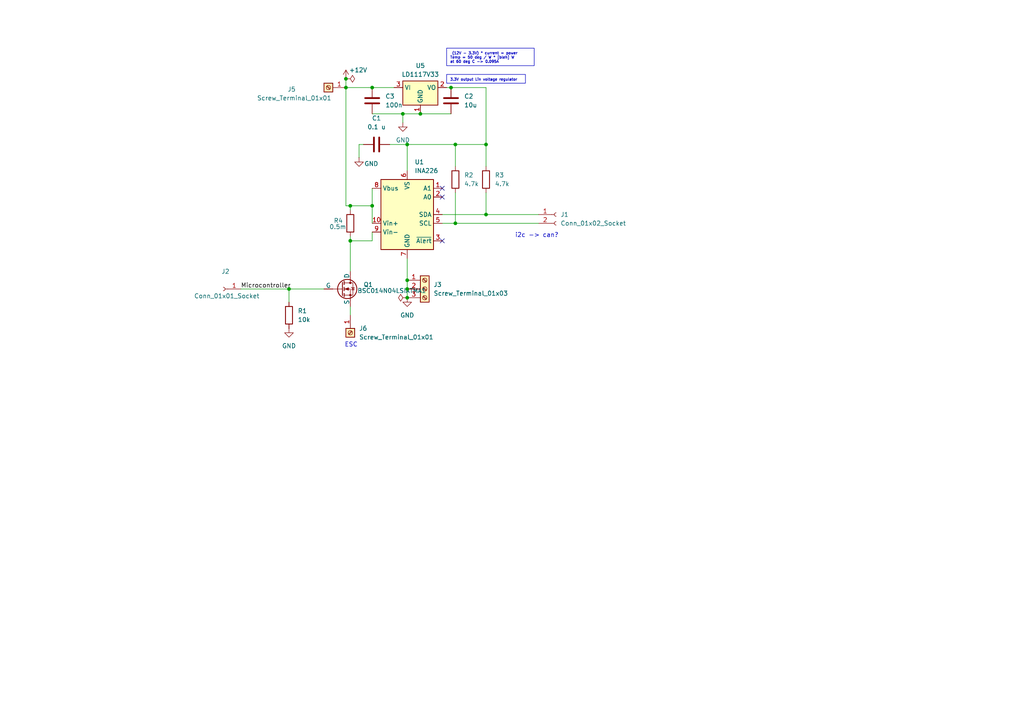
<source format=kicad_sch>
(kicad_sch
	(version 20250114)
	(generator "eeschema")
	(generator_version "9.0")
	(uuid "061be7ca-fd38-43b0-ac66-361ea2d49cb0")
	(paper "A4")
	(lib_symbols
		(symbol "Connector:Conn_01x01_Socket"
			(pin_names
				(offset 1.016)
				(hide yes)
			)
			(exclude_from_sim no)
			(in_bom yes)
			(on_board yes)
			(property "Reference" "J"
				(at 0 2.54 0)
				(effects
					(font
						(size 1.27 1.27)
					)
				)
			)
			(property "Value" "Conn_01x01_Socket"
				(at 0 -2.54 0)
				(effects
					(font
						(size 1.27 1.27)
					)
				)
			)
			(property "Footprint" ""
				(at 0 0 0)
				(effects
					(font
						(size 1.27 1.27)
					)
					(hide yes)
				)
			)
			(property "Datasheet" "~"
				(at 0 0 0)
				(effects
					(font
						(size 1.27 1.27)
					)
					(hide yes)
				)
			)
			(property "Description" "Generic connector, single row, 01x01, script generated"
				(at 0 0 0)
				(effects
					(font
						(size 1.27 1.27)
					)
					(hide yes)
				)
			)
			(property "ki_locked" ""
				(at 0 0 0)
				(effects
					(font
						(size 1.27 1.27)
					)
				)
			)
			(property "ki_keywords" "connector"
				(at 0 0 0)
				(effects
					(font
						(size 1.27 1.27)
					)
					(hide yes)
				)
			)
			(property "ki_fp_filters" "Connector*:*_1x??_*"
				(at 0 0 0)
				(effects
					(font
						(size 1.27 1.27)
					)
					(hide yes)
				)
			)
			(symbol "Conn_01x01_Socket_1_1"
				(polyline
					(pts
						(xy -1.27 0) (xy -0.508 0)
					)
					(stroke
						(width 0.1524)
						(type default)
					)
					(fill
						(type none)
					)
				)
				(arc
					(start 0 -0.508)
					(mid -0.5058 0)
					(end 0 0.508)
					(stroke
						(width 0.1524)
						(type default)
					)
					(fill
						(type none)
					)
				)
				(pin passive line
					(at -5.08 0 0)
					(length 3.81)
					(name "Pin_1"
						(effects
							(font
								(size 1.27 1.27)
							)
						)
					)
					(number "1"
						(effects
							(font
								(size 1.27 1.27)
							)
						)
					)
				)
			)
			(embedded_fonts no)
		)
		(symbol "Connector:Conn_01x02_Socket"
			(pin_names
				(offset 1.016)
				(hide yes)
			)
			(exclude_from_sim no)
			(in_bom yes)
			(on_board yes)
			(property "Reference" "J"
				(at 0 2.54 0)
				(effects
					(font
						(size 1.27 1.27)
					)
				)
			)
			(property "Value" "Conn_01x02_Socket"
				(at 0 -5.08 0)
				(effects
					(font
						(size 1.27 1.27)
					)
				)
			)
			(property "Footprint" ""
				(at 0 0 0)
				(effects
					(font
						(size 1.27 1.27)
					)
					(hide yes)
				)
			)
			(property "Datasheet" "~"
				(at 0 0 0)
				(effects
					(font
						(size 1.27 1.27)
					)
					(hide yes)
				)
			)
			(property "Description" "Generic connector, single row, 01x02, script generated"
				(at 0 0 0)
				(effects
					(font
						(size 1.27 1.27)
					)
					(hide yes)
				)
			)
			(property "ki_locked" ""
				(at 0 0 0)
				(effects
					(font
						(size 1.27 1.27)
					)
				)
			)
			(property "ki_keywords" "connector"
				(at 0 0 0)
				(effects
					(font
						(size 1.27 1.27)
					)
					(hide yes)
				)
			)
			(property "ki_fp_filters" "Connector*:*_1x??_*"
				(at 0 0 0)
				(effects
					(font
						(size 1.27 1.27)
					)
					(hide yes)
				)
			)
			(symbol "Conn_01x02_Socket_1_1"
				(polyline
					(pts
						(xy -1.27 0) (xy -0.508 0)
					)
					(stroke
						(width 0.1524)
						(type default)
					)
					(fill
						(type none)
					)
				)
				(polyline
					(pts
						(xy -1.27 -2.54) (xy -0.508 -2.54)
					)
					(stroke
						(width 0.1524)
						(type default)
					)
					(fill
						(type none)
					)
				)
				(arc
					(start 0 -0.508)
					(mid -0.5058 0)
					(end 0 0.508)
					(stroke
						(width 0.1524)
						(type default)
					)
					(fill
						(type none)
					)
				)
				(arc
					(start 0 -3.048)
					(mid -0.5058 -2.54)
					(end 0 -2.032)
					(stroke
						(width 0.1524)
						(type default)
					)
					(fill
						(type none)
					)
				)
				(pin passive line
					(at -5.08 0 0)
					(length 3.81)
					(name "Pin_1"
						(effects
							(font
								(size 1.27 1.27)
							)
						)
					)
					(number "1"
						(effects
							(font
								(size 1.27 1.27)
							)
						)
					)
				)
				(pin passive line
					(at -5.08 -2.54 0)
					(length 3.81)
					(name "Pin_2"
						(effects
							(font
								(size 1.27 1.27)
							)
						)
					)
					(number "2"
						(effects
							(font
								(size 1.27 1.27)
							)
						)
					)
				)
			)
			(embedded_fonts no)
		)
		(symbol "Connector:Screw_Terminal_01x01"
			(pin_names
				(offset 1.016)
				(hide yes)
			)
			(exclude_from_sim no)
			(in_bom yes)
			(on_board yes)
			(property "Reference" "J"
				(at 0 2.54 0)
				(effects
					(font
						(size 1.27 1.27)
					)
				)
			)
			(property "Value" "Screw_Terminal_01x01"
				(at 0 -2.54 0)
				(effects
					(font
						(size 1.27 1.27)
					)
				)
			)
			(property "Footprint" ""
				(at 0 0 0)
				(effects
					(font
						(size 1.27 1.27)
					)
					(hide yes)
				)
			)
			(property "Datasheet" "~"
				(at 0 0 0)
				(effects
					(font
						(size 1.27 1.27)
					)
					(hide yes)
				)
			)
			(property "Description" "Generic screw terminal, single row, 01x01, script generated (kicad-library-utils/schlib/autogen/connector/)"
				(at 0 0 0)
				(effects
					(font
						(size 1.27 1.27)
					)
					(hide yes)
				)
			)
			(property "ki_keywords" "screw terminal"
				(at 0 0 0)
				(effects
					(font
						(size 1.27 1.27)
					)
					(hide yes)
				)
			)
			(property "ki_fp_filters" "TerminalBlock*:*"
				(at 0 0 0)
				(effects
					(font
						(size 1.27 1.27)
					)
					(hide yes)
				)
			)
			(symbol "Screw_Terminal_01x01_1_1"
				(rectangle
					(start -1.27 1.27)
					(end 1.27 -1.27)
					(stroke
						(width 0.254)
						(type default)
					)
					(fill
						(type background)
					)
				)
				(polyline
					(pts
						(xy -0.5334 0.3302) (xy 0.3302 -0.508)
					)
					(stroke
						(width 0.1524)
						(type default)
					)
					(fill
						(type none)
					)
				)
				(polyline
					(pts
						(xy -0.3556 0.508) (xy 0.508 -0.3302)
					)
					(stroke
						(width 0.1524)
						(type default)
					)
					(fill
						(type none)
					)
				)
				(circle
					(center 0 0)
					(radius 0.635)
					(stroke
						(width 0.1524)
						(type default)
					)
					(fill
						(type none)
					)
				)
				(pin passive line
					(at -5.08 0 0)
					(length 3.81)
					(name "Pin_1"
						(effects
							(font
								(size 1.27 1.27)
							)
						)
					)
					(number "1"
						(effects
							(font
								(size 1.27 1.27)
							)
						)
					)
				)
			)
			(embedded_fonts no)
		)
		(symbol "Connector:Screw_Terminal_01x03"
			(pin_names
				(offset 1.016)
				(hide yes)
			)
			(exclude_from_sim no)
			(in_bom yes)
			(on_board yes)
			(property "Reference" "J"
				(at 0 5.08 0)
				(effects
					(font
						(size 1.27 1.27)
					)
				)
			)
			(property "Value" "Screw_Terminal_01x03"
				(at 0 -5.08 0)
				(effects
					(font
						(size 1.27 1.27)
					)
				)
			)
			(property "Footprint" ""
				(at 0 0 0)
				(effects
					(font
						(size 1.27 1.27)
					)
					(hide yes)
				)
			)
			(property "Datasheet" "~"
				(at 0 0 0)
				(effects
					(font
						(size 1.27 1.27)
					)
					(hide yes)
				)
			)
			(property "Description" "Generic screw terminal, single row, 01x03, script generated (kicad-library-utils/schlib/autogen/connector/)"
				(at 0 0 0)
				(effects
					(font
						(size 1.27 1.27)
					)
					(hide yes)
				)
			)
			(property "ki_keywords" "screw terminal"
				(at 0 0 0)
				(effects
					(font
						(size 1.27 1.27)
					)
					(hide yes)
				)
			)
			(property "ki_fp_filters" "TerminalBlock*:*"
				(at 0 0 0)
				(effects
					(font
						(size 1.27 1.27)
					)
					(hide yes)
				)
			)
			(symbol "Screw_Terminal_01x03_1_1"
				(rectangle
					(start -1.27 3.81)
					(end 1.27 -3.81)
					(stroke
						(width 0.254)
						(type default)
					)
					(fill
						(type background)
					)
				)
				(polyline
					(pts
						(xy -0.5334 2.8702) (xy 0.3302 2.032)
					)
					(stroke
						(width 0.1524)
						(type default)
					)
					(fill
						(type none)
					)
				)
				(polyline
					(pts
						(xy -0.5334 0.3302) (xy 0.3302 -0.508)
					)
					(stroke
						(width 0.1524)
						(type default)
					)
					(fill
						(type none)
					)
				)
				(polyline
					(pts
						(xy -0.5334 -2.2098) (xy 0.3302 -3.048)
					)
					(stroke
						(width 0.1524)
						(type default)
					)
					(fill
						(type none)
					)
				)
				(polyline
					(pts
						(xy -0.3556 3.048) (xy 0.508 2.2098)
					)
					(stroke
						(width 0.1524)
						(type default)
					)
					(fill
						(type none)
					)
				)
				(polyline
					(pts
						(xy -0.3556 0.508) (xy 0.508 -0.3302)
					)
					(stroke
						(width 0.1524)
						(type default)
					)
					(fill
						(type none)
					)
				)
				(polyline
					(pts
						(xy -0.3556 -2.032) (xy 0.508 -2.8702)
					)
					(stroke
						(width 0.1524)
						(type default)
					)
					(fill
						(type none)
					)
				)
				(circle
					(center 0 2.54)
					(radius 0.635)
					(stroke
						(width 0.1524)
						(type default)
					)
					(fill
						(type none)
					)
				)
				(circle
					(center 0 0)
					(radius 0.635)
					(stroke
						(width 0.1524)
						(type default)
					)
					(fill
						(type none)
					)
				)
				(circle
					(center 0 -2.54)
					(radius 0.635)
					(stroke
						(width 0.1524)
						(type default)
					)
					(fill
						(type none)
					)
				)
				(pin passive line
					(at -5.08 2.54 0)
					(length 3.81)
					(name "Pin_1"
						(effects
							(font
								(size 1.27 1.27)
							)
						)
					)
					(number "1"
						(effects
							(font
								(size 1.27 1.27)
							)
						)
					)
				)
				(pin passive line
					(at -5.08 0 0)
					(length 3.81)
					(name "Pin_2"
						(effects
							(font
								(size 1.27 1.27)
							)
						)
					)
					(number "2"
						(effects
							(font
								(size 1.27 1.27)
							)
						)
					)
				)
				(pin passive line
					(at -5.08 -2.54 0)
					(length 3.81)
					(name "Pin_3"
						(effects
							(font
								(size 1.27 1.27)
							)
						)
					)
					(number "3"
						(effects
							(font
								(size 1.27 1.27)
							)
						)
					)
				)
			)
			(embedded_fonts no)
		)
		(symbol "Device:C"
			(pin_numbers
				(hide yes)
			)
			(pin_names
				(offset 0.254)
			)
			(exclude_from_sim no)
			(in_bom yes)
			(on_board yes)
			(property "Reference" "C"
				(at 0.635 2.54 0)
				(effects
					(font
						(size 1.27 1.27)
					)
					(justify left)
				)
			)
			(property "Value" "C"
				(at 0.635 -2.54 0)
				(effects
					(font
						(size 1.27 1.27)
					)
					(justify left)
				)
			)
			(property "Footprint" ""
				(at 0.9652 -3.81 0)
				(effects
					(font
						(size 1.27 1.27)
					)
					(hide yes)
				)
			)
			(property "Datasheet" "~"
				(at 0 0 0)
				(effects
					(font
						(size 1.27 1.27)
					)
					(hide yes)
				)
			)
			(property "Description" "Unpolarized capacitor"
				(at 0 0 0)
				(effects
					(font
						(size 1.27 1.27)
					)
					(hide yes)
				)
			)
			(property "ki_keywords" "cap capacitor"
				(at 0 0 0)
				(effects
					(font
						(size 1.27 1.27)
					)
					(hide yes)
				)
			)
			(property "ki_fp_filters" "C_*"
				(at 0 0 0)
				(effects
					(font
						(size 1.27 1.27)
					)
					(hide yes)
				)
			)
			(symbol "C_0_1"
				(polyline
					(pts
						(xy -2.032 0.762) (xy 2.032 0.762)
					)
					(stroke
						(width 0.508)
						(type default)
					)
					(fill
						(type none)
					)
				)
				(polyline
					(pts
						(xy -2.032 -0.762) (xy 2.032 -0.762)
					)
					(stroke
						(width 0.508)
						(type default)
					)
					(fill
						(type none)
					)
				)
			)
			(symbol "C_1_1"
				(pin passive line
					(at 0 3.81 270)
					(length 2.794)
					(name "~"
						(effects
							(font
								(size 1.27 1.27)
							)
						)
					)
					(number "1"
						(effects
							(font
								(size 1.27 1.27)
							)
						)
					)
				)
				(pin passive line
					(at 0 -3.81 90)
					(length 2.794)
					(name "~"
						(effects
							(font
								(size 1.27 1.27)
							)
						)
					)
					(number "2"
						(effects
							(font
								(size 1.27 1.27)
							)
						)
					)
				)
			)
			(embedded_fonts no)
		)
		(symbol "Device:R"
			(pin_numbers
				(hide yes)
			)
			(pin_names
				(offset 0)
			)
			(exclude_from_sim no)
			(in_bom yes)
			(on_board yes)
			(property "Reference" "R"
				(at 2.032 0 90)
				(effects
					(font
						(size 1.27 1.27)
					)
				)
			)
			(property "Value" "R"
				(at 0 0 90)
				(effects
					(font
						(size 1.27 1.27)
					)
				)
			)
			(property "Footprint" ""
				(at -1.778 0 90)
				(effects
					(font
						(size 1.27 1.27)
					)
					(hide yes)
				)
			)
			(property "Datasheet" "~"
				(at 0 0 0)
				(effects
					(font
						(size 1.27 1.27)
					)
					(hide yes)
				)
			)
			(property "Description" "Resistor"
				(at 0 0 0)
				(effects
					(font
						(size 1.27 1.27)
					)
					(hide yes)
				)
			)
			(property "ki_keywords" "R res resistor"
				(at 0 0 0)
				(effects
					(font
						(size 1.27 1.27)
					)
					(hide yes)
				)
			)
			(property "ki_fp_filters" "R_*"
				(at 0 0 0)
				(effects
					(font
						(size 1.27 1.27)
					)
					(hide yes)
				)
			)
			(symbol "R_0_1"
				(rectangle
					(start -1.016 -2.54)
					(end 1.016 2.54)
					(stroke
						(width 0.254)
						(type default)
					)
					(fill
						(type none)
					)
				)
			)
			(symbol "R_1_1"
				(pin passive line
					(at 0 3.81 270)
					(length 1.27)
					(name "~"
						(effects
							(font
								(size 1.27 1.27)
							)
						)
					)
					(number "1"
						(effects
							(font
								(size 1.27 1.27)
							)
						)
					)
				)
				(pin passive line
					(at 0 -3.81 90)
					(length 1.27)
					(name "~"
						(effects
							(font
								(size 1.27 1.27)
							)
						)
					)
					(number "2"
						(effects
							(font
								(size 1.27 1.27)
							)
						)
					)
				)
			)
			(embedded_fonts no)
		)
		(symbol "Regulator_Linear:LD1117V33"
			(exclude_from_sim no)
			(in_bom yes)
			(on_board yes)
			(property "Reference" "U"
				(at -3.81 3.175 0)
				(effects
					(font
						(size 1.27 1.27)
					)
				)
			)
			(property "Value" "LD1117V33"
				(at 0 3.175 0)
				(effects
					(font
						(size 1.27 1.27)
					)
					(justify left)
				)
			)
			(property "Footprint" "Package_TO_SOT_THT:TO-220-3_Vertical"
				(at 0 5.08 0)
				(effects
					(font
						(size 1.27 1.27)
					)
					(hide yes)
				)
			)
			(property "Datasheet" "https://www.st.com/resource/en/datasheet/ld1117.pdf"
				(at 2.54 -6.35 0)
				(effects
					(font
						(size 1.27 1.27)
					)
					(hide yes)
				)
			)
			(property "Description" "800 mA Fixed Low Drop Positive Voltage Regulator (ldo). Max input 15V. Fixed Output 3.3V. TO-220-3"
				(at 0 0 0)
				(effects
					(font
						(size 1.27 1.27)
					)
					(hide yes)
				)
			)
			(property "ki_keywords" "low-dropout-regulator ldo"
				(at 0 0 0)
				(effects
					(font
						(size 1.27 1.27)
					)
					(hide yes)
				)
			)
			(property "ki_fp_filters" "*TO?220*"
				(at 0 0 0)
				(effects
					(font
						(size 1.27 1.27)
					)
					(hide yes)
				)
			)
			(symbol "LD1117V33_0_1"
				(rectangle
					(start -5.08 -5.08)
					(end 5.08 1.905)
					(stroke
						(width 0.254)
						(type default)
					)
					(fill
						(type background)
					)
				)
			)
			(symbol "LD1117V33_1_1"
				(pin power_in line
					(at -7.62 0 0)
					(length 2.54)
					(name "VI"
						(effects
							(font
								(size 1.27 1.27)
							)
						)
					)
					(number "3"
						(effects
							(font
								(size 1.27 1.27)
							)
						)
					)
				)
				(pin power_in line
					(at 0 -7.62 90)
					(length 2.54)
					(name "GND"
						(effects
							(font
								(size 1.27 1.27)
							)
						)
					)
					(number "1"
						(effects
							(font
								(size 1.27 1.27)
							)
						)
					)
				)
				(pin power_out line
					(at 7.62 0 180)
					(length 2.54)
					(name "VO"
						(effects
							(font
								(size 1.27 1.27)
							)
						)
					)
					(number "2"
						(effects
							(font
								(size 1.27 1.27)
							)
						)
					)
				)
			)
			(embedded_fonts no)
		)
		(symbol "Sensor_Energy:INA226"
			(exclude_from_sim no)
			(in_bom yes)
			(on_board yes)
			(property "Reference" "U"
				(at -6.35 11.43 0)
				(effects
					(font
						(size 1.27 1.27)
					)
				)
			)
			(property "Value" "INA226"
				(at 3.81 11.43 0)
				(effects
					(font
						(size 1.27 1.27)
					)
				)
			)
			(property "Footprint" "Package_SO:VSSOP-10_3x3mm_P0.5mm"
				(at 20.32 -11.43 0)
				(effects
					(font
						(size 1.27 1.27)
					)
					(hide yes)
				)
			)
			(property "Datasheet" "http://www.ti.com/lit/ds/symlink/ina226.pdf"
				(at 8.89 -2.54 0)
				(effects
					(font
						(size 1.27 1.27)
					)
					(hide yes)
				)
			)
			(property "Description" "High-Side or Low-Side Measurement, Bi-Directional Current and Power Monitor (0-36V) with I2C Compatible Interface, VSSOP-10"
				(at 0 0 0)
				(effects
					(font
						(size 1.27 1.27)
					)
					(hide yes)
				)
			)
			(property "ki_keywords" "ADC I2C 16-Bit Oversampling Current Shunt"
				(at 0 0 0)
				(effects
					(font
						(size 1.27 1.27)
					)
					(hide yes)
				)
			)
			(property "ki_fp_filters" "VSSOP*3x3mm*P0.5mm*"
				(at 0 0 0)
				(effects
					(font
						(size 1.27 1.27)
					)
					(hide yes)
				)
			)
			(symbol "INA226_0_1"
				(rectangle
					(start 7.62 10.16)
					(end -7.62 -10.16)
					(stroke
						(width 0.254)
						(type default)
					)
					(fill
						(type background)
					)
				)
			)
			(symbol "INA226_1_1"
				(pin input line
					(at -10.16 7.62 0)
					(length 2.54)
					(name "Vbus"
						(effects
							(font
								(size 1.27 1.27)
							)
						)
					)
					(number "8"
						(effects
							(font
								(size 1.27 1.27)
							)
						)
					)
				)
				(pin input line
					(at -10.16 -2.54 0)
					(length 2.54)
					(name "Vin+"
						(effects
							(font
								(size 1.27 1.27)
							)
						)
					)
					(number "10"
						(effects
							(font
								(size 1.27 1.27)
							)
						)
					)
				)
				(pin input line
					(at -10.16 -5.08 0)
					(length 2.54)
					(name "Vin-"
						(effects
							(font
								(size 1.27 1.27)
							)
						)
					)
					(number "9"
						(effects
							(font
								(size 1.27 1.27)
							)
						)
					)
				)
				(pin power_in line
					(at 0 12.7 270)
					(length 2.54)
					(name "VS"
						(effects
							(font
								(size 1.27 1.27)
							)
						)
					)
					(number "6"
						(effects
							(font
								(size 1.27 1.27)
							)
						)
					)
				)
				(pin power_in line
					(at 0 -12.7 90)
					(length 2.54)
					(name "GND"
						(effects
							(font
								(size 1.27 1.27)
							)
						)
					)
					(number "7"
						(effects
							(font
								(size 1.27 1.27)
							)
						)
					)
				)
				(pin input line
					(at 10.16 7.62 180)
					(length 2.54)
					(name "A1"
						(effects
							(font
								(size 1.27 1.27)
							)
						)
					)
					(number "1"
						(effects
							(font
								(size 1.27 1.27)
							)
						)
					)
				)
				(pin input line
					(at 10.16 5.08 180)
					(length 2.54)
					(name "A0"
						(effects
							(font
								(size 1.27 1.27)
							)
						)
					)
					(number "2"
						(effects
							(font
								(size 1.27 1.27)
							)
						)
					)
				)
				(pin bidirectional line
					(at 10.16 0 180)
					(length 2.54)
					(name "SDA"
						(effects
							(font
								(size 1.27 1.27)
							)
						)
					)
					(number "4"
						(effects
							(font
								(size 1.27 1.27)
							)
						)
					)
				)
				(pin input line
					(at 10.16 -2.54 180)
					(length 2.54)
					(name "SCL"
						(effects
							(font
								(size 1.27 1.27)
							)
						)
					)
					(number "5"
						(effects
							(font
								(size 1.27 1.27)
							)
						)
					)
				)
				(pin open_collector line
					(at 10.16 -7.62 180)
					(length 2.54)
					(name "~{Alert}"
						(effects
							(font
								(size 1.27 1.27)
							)
						)
					)
					(number "3"
						(effects
							(font
								(size 1.27 1.27)
							)
						)
					)
				)
			)
			(embedded_fonts no)
		)
		(symbol "Simulation_SPICE:NMOS"
			(pin_numbers
				(hide yes)
			)
			(pin_names
				(offset 0)
			)
			(exclude_from_sim no)
			(in_bom yes)
			(on_board yes)
			(property "Reference" "Q"
				(at 5.08 1.27 0)
				(effects
					(font
						(size 1.27 1.27)
					)
					(justify left)
				)
			)
			(property "Value" "NMOS"
				(at 5.08 -1.27 0)
				(effects
					(font
						(size 1.27 1.27)
					)
					(justify left)
				)
			)
			(property "Footprint" ""
				(at 5.08 2.54 0)
				(effects
					(font
						(size 1.27 1.27)
					)
					(hide yes)
				)
			)
			(property "Datasheet" "https://ngspice.sourceforge.io/docs/ngspice-html-manual/manual.xhtml#cha_MOSFETs"
				(at 0 -12.7 0)
				(effects
					(font
						(size 1.27 1.27)
					)
					(hide yes)
				)
			)
			(property "Description" "N-MOSFET transistor, drain/source/gate"
				(at 0 0 0)
				(effects
					(font
						(size 1.27 1.27)
					)
					(hide yes)
				)
			)
			(property "Sim.Device" "NMOS"
				(at 0 -17.145 0)
				(effects
					(font
						(size 1.27 1.27)
					)
					(hide yes)
				)
			)
			(property "Sim.Type" "VDMOS"
				(at 0 -19.05 0)
				(effects
					(font
						(size 1.27 1.27)
					)
					(hide yes)
				)
			)
			(property "Sim.Pins" "1=D 2=G 3=S"
				(at 0 -15.24 0)
				(effects
					(font
						(size 1.27 1.27)
					)
					(hide yes)
				)
			)
			(property "ki_keywords" "transistor NMOS N-MOS N-MOSFET simulation"
				(at 0 0 0)
				(effects
					(font
						(size 1.27 1.27)
					)
					(hide yes)
				)
			)
			(symbol "NMOS_0_1"
				(polyline
					(pts
						(xy 0.254 1.905) (xy 0.254 -1.905)
					)
					(stroke
						(width 0.254)
						(type default)
					)
					(fill
						(type none)
					)
				)
				(polyline
					(pts
						(xy 0.254 0) (xy -2.54 0)
					)
					(stroke
						(width 0)
						(type default)
					)
					(fill
						(type none)
					)
				)
				(polyline
					(pts
						(xy 0.762 2.286) (xy 0.762 1.27)
					)
					(stroke
						(width 0.254)
						(type default)
					)
					(fill
						(type none)
					)
				)
				(polyline
					(pts
						(xy 0.762 0.508) (xy 0.762 -0.508)
					)
					(stroke
						(width 0.254)
						(type default)
					)
					(fill
						(type none)
					)
				)
				(polyline
					(pts
						(xy 0.762 -1.27) (xy 0.762 -2.286)
					)
					(stroke
						(width 0.254)
						(type default)
					)
					(fill
						(type none)
					)
				)
				(polyline
					(pts
						(xy 0.762 -1.778) (xy 3.302 -1.778) (xy 3.302 1.778) (xy 0.762 1.778)
					)
					(stroke
						(width 0)
						(type default)
					)
					(fill
						(type none)
					)
				)
				(polyline
					(pts
						(xy 1.016 0) (xy 2.032 0.381) (xy 2.032 -0.381) (xy 1.016 0)
					)
					(stroke
						(width 0)
						(type default)
					)
					(fill
						(type outline)
					)
				)
				(circle
					(center 1.651 0)
					(radius 2.794)
					(stroke
						(width 0.254)
						(type default)
					)
					(fill
						(type none)
					)
				)
				(polyline
					(pts
						(xy 2.54 2.54) (xy 2.54 1.778)
					)
					(stroke
						(width 0)
						(type default)
					)
					(fill
						(type none)
					)
				)
				(circle
					(center 2.54 1.778)
					(radius 0.254)
					(stroke
						(width 0)
						(type default)
					)
					(fill
						(type outline)
					)
				)
				(circle
					(center 2.54 -1.778)
					(radius 0.254)
					(stroke
						(width 0)
						(type default)
					)
					(fill
						(type outline)
					)
				)
				(polyline
					(pts
						(xy 2.54 -2.54) (xy 2.54 0) (xy 0.762 0)
					)
					(stroke
						(width 0)
						(type default)
					)
					(fill
						(type none)
					)
				)
				(polyline
					(pts
						(xy 2.794 0.508) (xy 2.921 0.381) (xy 3.683 0.381) (xy 3.81 0.254)
					)
					(stroke
						(width 0)
						(type default)
					)
					(fill
						(type none)
					)
				)
				(polyline
					(pts
						(xy 3.302 0.381) (xy 2.921 -0.254) (xy 3.683 -0.254) (xy 3.302 0.381)
					)
					(stroke
						(width 0)
						(type default)
					)
					(fill
						(type none)
					)
				)
			)
			(symbol "NMOS_1_1"
				(pin input line
					(at -5.08 0 0)
					(length 2.54)
					(name "G"
						(effects
							(font
								(size 1.27 1.27)
							)
						)
					)
					(number "2"
						(effects
							(font
								(size 1.27 1.27)
							)
						)
					)
				)
				(pin passive line
					(at 2.54 5.08 270)
					(length 2.54)
					(name "D"
						(effects
							(font
								(size 1.27 1.27)
							)
						)
					)
					(number "1"
						(effects
							(font
								(size 1.27 1.27)
							)
						)
					)
				)
				(pin passive line
					(at 2.54 -5.08 90)
					(length 2.54)
					(name "S"
						(effects
							(font
								(size 1.27 1.27)
							)
						)
					)
					(number "3"
						(effects
							(font
								(size 1.27 1.27)
							)
						)
					)
				)
			)
			(embedded_fonts no)
		)
		(symbol "power:+12V"
			(power)
			(pin_numbers
				(hide yes)
			)
			(pin_names
				(offset 0)
				(hide yes)
			)
			(exclude_from_sim no)
			(in_bom yes)
			(on_board yes)
			(property "Reference" "#PWR"
				(at 0 -3.81 0)
				(effects
					(font
						(size 1.27 1.27)
					)
					(hide yes)
				)
			)
			(property "Value" "+12V"
				(at 0 3.556 0)
				(effects
					(font
						(size 1.27 1.27)
					)
				)
			)
			(property "Footprint" ""
				(at 0 0 0)
				(effects
					(font
						(size 1.27 1.27)
					)
					(hide yes)
				)
			)
			(property "Datasheet" ""
				(at 0 0 0)
				(effects
					(font
						(size 1.27 1.27)
					)
					(hide yes)
				)
			)
			(property "Description" "Power symbol creates a global label with name \"+12V\""
				(at 0 0 0)
				(effects
					(font
						(size 1.27 1.27)
					)
					(hide yes)
				)
			)
			(property "ki_keywords" "global power"
				(at 0 0 0)
				(effects
					(font
						(size 1.27 1.27)
					)
					(hide yes)
				)
			)
			(symbol "+12V_0_1"
				(polyline
					(pts
						(xy -0.762 1.27) (xy 0 2.54)
					)
					(stroke
						(width 0)
						(type default)
					)
					(fill
						(type none)
					)
				)
				(polyline
					(pts
						(xy 0 2.54) (xy 0.762 1.27)
					)
					(stroke
						(width 0)
						(type default)
					)
					(fill
						(type none)
					)
				)
				(polyline
					(pts
						(xy 0 0) (xy 0 2.54)
					)
					(stroke
						(width 0)
						(type default)
					)
					(fill
						(type none)
					)
				)
			)
			(symbol "+12V_1_1"
				(pin power_in line
					(at 0 0 90)
					(length 0)
					(name "~"
						(effects
							(font
								(size 1.27 1.27)
							)
						)
					)
					(number "1"
						(effects
							(font
								(size 1.27 1.27)
							)
						)
					)
				)
			)
			(embedded_fonts no)
		)
		(symbol "power:GND"
			(power)
			(pin_numbers
				(hide yes)
			)
			(pin_names
				(offset 0)
				(hide yes)
			)
			(exclude_from_sim no)
			(in_bom yes)
			(on_board yes)
			(property "Reference" "#PWR"
				(at 0 -6.35 0)
				(effects
					(font
						(size 1.27 1.27)
					)
					(hide yes)
				)
			)
			(property "Value" "GND"
				(at 0 -3.81 0)
				(effects
					(font
						(size 1.27 1.27)
					)
				)
			)
			(property "Footprint" ""
				(at 0 0 0)
				(effects
					(font
						(size 1.27 1.27)
					)
					(hide yes)
				)
			)
			(property "Datasheet" ""
				(at 0 0 0)
				(effects
					(font
						(size 1.27 1.27)
					)
					(hide yes)
				)
			)
			(property "Description" "Power symbol creates a global label with name \"GND\" , ground"
				(at 0 0 0)
				(effects
					(font
						(size 1.27 1.27)
					)
					(hide yes)
				)
			)
			(property "ki_keywords" "global power"
				(at 0 0 0)
				(effects
					(font
						(size 1.27 1.27)
					)
					(hide yes)
				)
			)
			(symbol "GND_0_1"
				(polyline
					(pts
						(xy 0 0) (xy 0 -1.27) (xy 1.27 -1.27) (xy 0 -2.54) (xy -1.27 -1.27) (xy 0 -1.27)
					)
					(stroke
						(width 0)
						(type default)
					)
					(fill
						(type none)
					)
				)
			)
			(symbol "GND_1_1"
				(pin power_in line
					(at 0 0 270)
					(length 0)
					(name "~"
						(effects
							(font
								(size 1.27 1.27)
							)
						)
					)
					(number "1"
						(effects
							(font
								(size 1.27 1.27)
							)
						)
					)
				)
			)
			(embedded_fonts no)
		)
		(symbol "power:PWR_FLAG"
			(power)
			(pin_numbers
				(hide yes)
			)
			(pin_names
				(offset 0)
				(hide yes)
			)
			(exclude_from_sim no)
			(in_bom yes)
			(on_board yes)
			(property "Reference" "#FLG"
				(at 0 1.905 0)
				(effects
					(font
						(size 1.27 1.27)
					)
					(hide yes)
				)
			)
			(property "Value" "PWR_FLAG"
				(at 0 3.81 0)
				(effects
					(font
						(size 1.27 1.27)
					)
				)
			)
			(property "Footprint" ""
				(at 0 0 0)
				(effects
					(font
						(size 1.27 1.27)
					)
					(hide yes)
				)
			)
			(property "Datasheet" "~"
				(at 0 0 0)
				(effects
					(font
						(size 1.27 1.27)
					)
					(hide yes)
				)
			)
			(property "Description" "Special symbol for telling ERC where power comes from"
				(at 0 0 0)
				(effects
					(font
						(size 1.27 1.27)
					)
					(hide yes)
				)
			)
			(property "ki_keywords" "flag power"
				(at 0 0 0)
				(effects
					(font
						(size 1.27 1.27)
					)
					(hide yes)
				)
			)
			(symbol "PWR_FLAG_0_0"
				(pin power_out line
					(at 0 0 90)
					(length 0)
					(name "~"
						(effects
							(font
								(size 1.27 1.27)
							)
						)
					)
					(number "1"
						(effects
							(font
								(size 1.27 1.27)
							)
						)
					)
				)
			)
			(symbol "PWR_FLAG_0_1"
				(polyline
					(pts
						(xy 0 0) (xy 0 1.27) (xy -1.016 1.905) (xy 0 2.54) (xy 1.016 1.905) (xy 0 1.27)
					)
					(stroke
						(width 0)
						(type default)
					)
					(fill
						(type none)
					)
				)
			)
			(embedded_fonts no)
		)
	)
	(text "ESC\n"
		(exclude_from_sim no)
		(at 101.854 100.076 0)
		(effects
			(font
				(size 1.27 1.27)
			)
		)
		(uuid "a093bca2-3106-414b-8270-1c3973b063c0")
	)
	(text "i2c -> can?\n"
		(exclude_from_sim no)
		(at 155.702 68.326 0)
		(effects
			(font
				(size 1.27 1.27)
			)
		)
		(uuid "c00be45a-9397-4a90-80e9-09acc527bd3f")
	)
	(text_box " (12V - 3.3V) * current = power \nTemp = 50 deg / W * [bleh] W\nat 60 deg C -> 0.095A \n"
		(exclude_from_sim no)
		(at 129.54 13.97 0)
		(size 25.4 5.08)
		(margins 0.9525 0.9525 0.9525 0.9525)
		(stroke
			(width 0)
			(type solid)
		)
		(fill
			(type none)
		)
		(effects
			(font
				(size 0.762 0.762)
			)
			(justify left top)
		)
		(uuid "e94a56ee-c1e7-4adf-a709-4f777d2e1a3f")
	)
	(text_box "3.3V output Lin voltage regulator"
		(exclude_from_sim no)
		(at 129.54 21.59 0)
		(size 22.86 2.54)
		(margins 0.9525 0.9525 0.9525 0.9525)
		(stroke
			(width 0)
			(type solid)
		)
		(fill
			(type none)
		)
		(effects
			(font
				(size 0.762 0.762)
			)
			(justify left top)
		)
		(uuid "f0dc8457-ccad-4d53-94c8-e1804e84bbeb")
	)
	(junction
		(at 100.33 25.4)
		(diameter 0)
		(color 0 0 0 0)
		(uuid "165a7146-d1d1-40d4-8957-d4cc052b273a")
	)
	(junction
		(at 118.11 86.36)
		(diameter 0)
		(color 0 0 0 0)
		(uuid "1aaec962-ee74-4978-bbd3-08bbb0a55d83")
	)
	(junction
		(at 140.97 41.91)
		(diameter 0)
		(color 0 0 0 0)
		(uuid "408c9a8d-e169-41ba-a439-9689d252f04e")
	)
	(junction
		(at 107.95 25.4)
		(diameter 0)
		(color 0 0 0 0)
		(uuid "6323164e-9e08-4289-b576-3da8377fb7a0")
	)
	(junction
		(at 118.11 41.91)
		(diameter 0)
		(color 0 0 0 0)
		(uuid "82eaa52a-81c3-4690-aedf-6fb9c3c653b4")
	)
	(junction
		(at 140.97 62.23)
		(diameter 0)
		(color 0 0 0 0)
		(uuid "85b41a87-141b-4af4-9192-28e52df228b2")
	)
	(junction
		(at 101.6 59.69)
		(diameter 0)
		(color 0 0 0 0)
		(uuid "8ddb5928-ed9b-49d0-bb12-0c93bb06fb80")
	)
	(junction
		(at 118.11 81.28)
		(diameter 0)
		(color 0 0 0 0)
		(uuid "9015e6b5-2c06-4d24-91d9-f85b6022f74f")
	)
	(junction
		(at 116.84 33.02)
		(diameter 0)
		(color 0 0 0 0)
		(uuid "95bf5daa-32e4-4895-8a21-1f88d0fd82f2")
	)
	(junction
		(at 130.81 25.4)
		(diameter 0)
		(color 0 0 0 0)
		(uuid "a302355e-8018-4b26-8a2d-29d1aa17479d")
	)
	(junction
		(at 121.92 33.02)
		(diameter 0)
		(color 0 0 0 0)
		(uuid "ae7e21c9-1638-41e9-ae16-765776a78efb")
	)
	(junction
		(at 100.33 22.86)
		(diameter 0)
		(color 0 0 0 0)
		(uuid "b4044e5c-96f3-420e-98fd-c079ab7cdbcf")
	)
	(junction
		(at 118.11 83.82)
		(diameter 0)
		(color 0 0 0 0)
		(uuid "cf2d569c-a054-4dc4-b3d7-fdc5712648b7")
	)
	(junction
		(at 101.6 69.85)
		(diameter 0)
		(color 0 0 0 0)
		(uuid "d2219b3a-3a2c-4866-866c-54093224786a")
	)
	(junction
		(at 132.08 41.91)
		(diameter 0)
		(color 0 0 0 0)
		(uuid "da9e8686-17a9-438a-abd4-a7e2cd30a4da")
	)
	(junction
		(at 107.95 59.69)
		(diameter 0)
		(color 0 0 0 0)
		(uuid "eafd84ee-baf3-4da7-b92b-0764ae96898c")
	)
	(junction
		(at 132.08 64.77)
		(diameter 0)
		(color 0 0 0 0)
		(uuid "f5d990c1-d3f5-4f7c-a861-f8ea5ef296c3")
	)
	(junction
		(at 83.82 83.82)
		(diameter 0)
		(color 0 0 0 0)
		(uuid "fa02dad9-1077-431d-926e-5c6bcb12ff6f")
	)
	(no_connect
		(at 128.27 69.85)
		(uuid "96c75404-ce19-4afb-a57f-9b1f9649c516")
	)
	(no_connect
		(at 128.27 54.61)
		(uuid "a267e6ee-f260-420d-a056-a1e11fb057c9")
	)
	(no_connect
		(at 128.27 57.15)
		(uuid "f98963c6-70f5-4bd6-a8be-cc72a24086dd")
	)
	(wire
		(pts
			(xy 100.33 25.4) (xy 100.33 59.69)
		)
		(stroke
			(width 0)
			(type default)
		)
		(uuid "0488dbb0-5c17-4f0e-b34a-2730e95bebf1")
	)
	(wire
		(pts
			(xy 100.33 22.86) (xy 100.33 25.4)
		)
		(stroke
			(width 0)
			(type default)
		)
		(uuid "1c3f588d-a29f-4da6-8577-6825c790fefd")
	)
	(wire
		(pts
			(xy 101.6 69.85) (xy 101.6 78.74)
		)
		(stroke
			(width 0)
			(type default)
		)
		(uuid "2cd84d5e-46a8-44b1-a74b-ef25dceb7b17")
	)
	(wire
		(pts
			(xy 118.11 74.93) (xy 118.11 81.28)
		)
		(stroke
			(width 0)
			(type default)
		)
		(uuid "3b1bbc7c-081b-4304-85e9-16fb62946693")
	)
	(wire
		(pts
			(xy 116.84 33.02) (xy 121.92 33.02)
		)
		(stroke
			(width 0)
			(type default)
		)
		(uuid "3c6763f0-98d4-4fe1-b75a-6786e95f2e21")
	)
	(wire
		(pts
			(xy 128.27 64.77) (xy 132.08 64.77)
		)
		(stroke
			(width 0)
			(type default)
		)
		(uuid "3e171430-bbdf-431e-9562-4cc7506da07c")
	)
	(wire
		(pts
			(xy 118.11 41.91) (xy 113.03 41.91)
		)
		(stroke
			(width 0)
			(type default)
		)
		(uuid "405ad6a0-1715-4641-95dd-c9ea539247b2")
	)
	(wire
		(pts
			(xy 118.11 41.91) (xy 132.08 41.91)
		)
		(stroke
			(width 0)
			(type default)
		)
		(uuid "41301b99-24a8-444c-8def-df4393351e27")
	)
	(wire
		(pts
			(xy 93.98 83.82) (xy 83.82 83.82)
		)
		(stroke
			(width 0)
			(type default)
		)
		(uuid "4eddfbe4-94d9-4221-81dc-c5e55eab99e7")
	)
	(wire
		(pts
			(xy 118.11 81.28) (xy 118.11 83.82)
		)
		(stroke
			(width 0)
			(type default)
		)
		(uuid "4f01af11-ed41-4dcc-bad1-b4bfa23017dd")
	)
	(wire
		(pts
			(xy 101.6 69.85) (xy 107.95 69.85)
		)
		(stroke
			(width 0)
			(type default)
		)
		(uuid "4f641b98-9d67-4ea8-8576-875d810a3d88")
	)
	(wire
		(pts
			(xy 100.33 59.69) (xy 101.6 59.69)
		)
		(stroke
			(width 0)
			(type default)
		)
		(uuid "56b1a652-73ac-4a9e-8730-a1b51d6f64d4")
	)
	(wire
		(pts
			(xy 132.08 41.91) (xy 140.97 41.91)
		)
		(stroke
			(width 0)
			(type default)
		)
		(uuid "5811a7d6-1331-46ad-b525-aa4e026510ad")
	)
	(wire
		(pts
			(xy 128.27 62.23) (xy 140.97 62.23)
		)
		(stroke
			(width 0)
			(type default)
		)
		(uuid "607f6acf-be26-4263-adc6-798946cb3e4b")
	)
	(wire
		(pts
			(xy 104.14 41.91) (xy 104.14 45.72)
		)
		(stroke
			(width 0)
			(type default)
		)
		(uuid "608eca20-edbc-4964-bbb2-4fb8218a6e12")
	)
	(wire
		(pts
			(xy 132.08 55.88) (xy 132.08 64.77)
		)
		(stroke
			(width 0)
			(type default)
		)
		(uuid "6c564c00-27da-4b3e-a922-341b89842810")
	)
	(wire
		(pts
			(xy 105.41 41.91) (xy 104.14 41.91)
		)
		(stroke
			(width 0)
			(type default)
		)
		(uuid "6e880fb7-c3da-4e19-ba34-290f120d17b9")
	)
	(wire
		(pts
			(xy 129.54 25.4) (xy 130.81 25.4)
		)
		(stroke
			(width 0)
			(type default)
		)
		(uuid "82984c07-4146-456d-9d09-f587d960db78")
	)
	(wire
		(pts
			(xy 69.85 83.82) (xy 83.82 83.82)
		)
		(stroke
			(width 0)
			(type default)
		)
		(uuid "847d3ec5-3514-4244-9c34-3e472d1e3e79")
	)
	(wire
		(pts
			(xy 140.97 62.23) (xy 140.97 55.88)
		)
		(stroke
			(width 0)
			(type default)
		)
		(uuid "8bec8dcf-9f4c-4ea5-a64c-efae21ad17fa")
	)
	(wire
		(pts
			(xy 101.6 59.69) (xy 101.6 60.96)
		)
		(stroke
			(width 0)
			(type default)
		)
		(uuid "8ec014ec-8a55-4a7c-9fb9-c83d6f92b03e")
	)
	(wire
		(pts
			(xy 140.97 41.91) (xy 140.97 48.26)
		)
		(stroke
			(width 0)
			(type default)
		)
		(uuid "92450420-f3bf-421b-bab2-a25409ce5c98")
	)
	(wire
		(pts
			(xy 101.6 68.58) (xy 101.6 69.85)
		)
		(stroke
			(width 0)
			(type default)
		)
		(uuid "93173478-a7f1-45e0-93ca-d48911a7640b")
	)
	(wire
		(pts
			(xy 132.08 64.77) (xy 156.21 64.77)
		)
		(stroke
			(width 0)
			(type default)
		)
		(uuid "9c15987c-6fdf-4279-bdbe-e7956356d254")
	)
	(wire
		(pts
			(xy 101.6 59.69) (xy 107.95 59.69)
		)
		(stroke
			(width 0)
			(type default)
		)
		(uuid "9e79590c-2622-4511-a930-b442544649ce")
	)
	(wire
		(pts
			(xy 130.81 25.4) (xy 140.97 25.4)
		)
		(stroke
			(width 0)
			(type default)
		)
		(uuid "a900d198-8684-4811-9c56-5d64aacbdedd")
	)
	(wire
		(pts
			(xy 107.95 25.4) (xy 114.3 25.4)
		)
		(stroke
			(width 0)
			(type default)
		)
		(uuid "a97810ca-c4eb-4861-a09f-38599e55463b")
	)
	(wire
		(pts
			(xy 140.97 25.4) (xy 140.97 41.91)
		)
		(stroke
			(width 0)
			(type default)
		)
		(uuid "ab40b724-23b1-4b80-a1fe-1c395de8aa96")
	)
	(wire
		(pts
			(xy 107.95 64.77) (xy 107.95 59.69)
		)
		(stroke
			(width 0)
			(type default)
		)
		(uuid "b5a7e058-2ffb-4014-bcd4-b275b22f5ece")
	)
	(wire
		(pts
			(xy 107.95 54.61) (xy 107.95 59.69)
		)
		(stroke
			(width 0)
			(type default)
		)
		(uuid "b7582371-7001-4349-8f70-b2ad13ead8b2")
	)
	(wire
		(pts
			(xy 132.08 48.26) (xy 132.08 41.91)
		)
		(stroke
			(width 0)
			(type default)
		)
		(uuid "b8f67df5-ed28-4135-b05a-7f94be414c87")
	)
	(wire
		(pts
			(xy 83.82 83.82) (xy 83.82 87.63)
		)
		(stroke
			(width 0)
			(type default)
		)
		(uuid "c026098d-4364-497c-bbc4-f1a323797036")
	)
	(wire
		(pts
			(xy 121.92 33.02) (xy 130.81 33.02)
		)
		(stroke
			(width 0)
			(type default)
		)
		(uuid "c265a428-84a1-4ef2-97b9-67de1b907f31")
	)
	(wire
		(pts
			(xy 107.95 69.85) (xy 107.95 67.31)
		)
		(stroke
			(width 0)
			(type default)
		)
		(uuid "c3b614bc-f561-4d7e-bca7-e45882f04bf8")
	)
	(wire
		(pts
			(xy 116.84 35.56) (xy 116.84 33.02)
		)
		(stroke
			(width 0)
			(type default)
		)
		(uuid "d41e2b3c-065f-4cc1-80a2-c0a20037bd4f")
	)
	(wire
		(pts
			(xy 107.95 33.02) (xy 116.84 33.02)
		)
		(stroke
			(width 0)
			(type default)
		)
		(uuid "d9abf8cd-2c82-4f8d-9e79-701a65999739")
	)
	(wire
		(pts
			(xy 101.6 88.9) (xy 101.6 91.44)
		)
		(stroke
			(width 0)
			(type default)
		)
		(uuid "df784229-5c96-42bb-b8df-e5277b0d4cc4")
	)
	(wire
		(pts
			(xy 140.97 62.23) (xy 156.21 62.23)
		)
		(stroke
			(width 0)
			(type default)
		)
		(uuid "eb012a04-1b57-43fd-8295-fb481ee7a594")
	)
	(wire
		(pts
			(xy 118.11 41.91) (xy 118.11 49.53)
		)
		(stroke
			(width 0)
			(type default)
		)
		(uuid "f239d297-d677-45e3-a9ba-d70b1aa273a1")
	)
	(wire
		(pts
			(xy 100.33 25.4) (xy 107.95 25.4)
		)
		(stroke
			(width 0)
			(type default)
		)
		(uuid "f6626ce4-ae28-4f86-85bf-4151c9380cf1")
	)
	(wire
		(pts
			(xy 118.11 83.82) (xy 118.11 86.36)
		)
		(stroke
			(width 0)
			(type default)
		)
		(uuid "f666beaf-8527-43be-b3ef-b2d8d20a03e4")
	)
	(label "Microcontroller"
		(at 69.85 83.82 0)
		(effects
			(font
				(size 1.27 1.27)
			)
			(justify left bottom)
		)
		(uuid "e72dcfa5-f648-4a07-8247-e9c7f191db08")
	)
	(symbol
		(lib_id "Connector:Conn_01x01_Socket")
		(at 64.77 83.82 180)
		(unit 1)
		(exclude_from_sim no)
		(in_bom yes)
		(on_board yes)
		(dnp no)
		(uuid "03fcdd7b-88d5-4014-99aa-a6fb4d54bf08")
		(property "Reference" "J2"
			(at 65.405 78.74 0)
			(effects
				(font
					(size 1.27 1.27)
				)
			)
		)
		(property "Value" "Conn_01x01_Socket"
			(at 65.786 85.852 0)
			(effects
				(font
					(size 1.27 1.27)
				)
			)
		)
		(property "Footprint" "Connector_Wire:SolderWire-0.1sqmm_1x01_D0.4mm_OD1mm"
			(at 64.77 83.82 0)
			(effects
				(font
					(size 1.27 1.27)
				)
				(hide yes)
			)
		)
		(property "Datasheet" "~"
			(at 64.77 83.82 0)
			(effects
				(font
					(size 1.27 1.27)
				)
				(hide yes)
			)
		)
		(property "Description" "Generic connector, single row, 01x01, script generated"
			(at 64.77 83.82 0)
			(effects
				(font
					(size 1.27 1.27)
				)
				(hide yes)
			)
		)
		(pin "1"
			(uuid "346e0360-74f4-47f0-894a-d5e812a26b72")
		)
		(instances
			(project ""
				(path "/061be7ca-fd38-43b0-ac66-361ea2d49cb0"
					(reference "J2")
					(unit 1)
				)
			)
		)
	)
	(symbol
		(lib_id "Device:C")
		(at 130.81 29.21 0)
		(unit 1)
		(exclude_from_sim no)
		(in_bom yes)
		(on_board yes)
		(dnp no)
		(fields_autoplaced yes)
		(uuid "0ee17e9f-8f1e-49df-a2e4-4e1beb207fd7")
		(property "Reference" "C2"
			(at 134.62 27.9399 0)
			(effects
				(font
					(size 1.27 1.27)
				)
				(justify left)
			)
		)
		(property "Value" "10u"
			(at 134.62 30.4799 0)
			(effects
				(font
					(size 1.27 1.27)
				)
				(justify left)
			)
		)
		(property "Footprint" ""
			(at 131.7752 33.02 0)
			(effects
				(font
					(size 1.27 1.27)
				)
				(hide yes)
			)
		)
		(property "Datasheet" "https://s3.amazonaws.com/snapeda/datasheet/GRM319R61C106KE15D_Murata.pdf?utm_source=snapeda&utm_medium=referral&utm_campaign=snapeda-suppression-datasheet"
			(at 130.81 29.21 0)
			(effects
				(font
					(size 1.27 1.27)
				)
				(hide yes)
			)
		)
		(property "Description" "Unpolarized capacitor"
			(at 130.81 29.21 0)
			(effects
				(font
					(size 1.27 1.27)
				)
				(hide yes)
			)
		)
		(pin "2"
			(uuid "67002559-c7b8-426a-9034-7d287f57c2f5")
		)
		(pin "1"
			(uuid "d61f7b16-4ce6-4b47-a2f5-17636452cd47")
		)
		(instances
			(project ""
				(path "/061be7ca-fd38-43b0-ac66-361ea2d49cb0"
					(reference "C2")
					(unit 1)
				)
			)
		)
	)
	(symbol
		(lib_id "Device:R")
		(at 101.6 64.77 0)
		(unit 1)
		(exclude_from_sim no)
		(in_bom yes)
		(on_board yes)
		(dnp no)
		(uuid "2a205eb5-a215-47d5-8cc7-6318d0750a5e")
		(property "Reference" "R4"
			(at 96.774 64.008 0)
			(effects
				(font
					(size 1.27 1.27)
				)
				(justify left)
			)
		)
		(property "Value" "0.5m"
			(at 95.504 65.786 0)
			(effects
				(font
					(size 1.27 1.27)
				)
				(justify left)
			)
		)
		(property "Footprint" "PSPAC:ShuntResistorPMB"
			(at 99.822 64.77 90)
			(effects
				(font
					(size 1.27 1.27)
				)
				(hide yes)
			)
		)
		(property "Datasheet" "~"
			(at 101.6 64.77 0)
			(effects
				(font
					(size 1.27 1.27)
				)
				(hide yes)
			)
		)
		(property "Description" "Resistor"
			(at 101.6 64.77 0)
			(effects
				(font
					(size 1.27 1.27)
				)
				(hide yes)
			)
		)
		(pin "1"
			(uuid "de92fdae-fd05-4e63-bd1a-5a0fa0105c88")
		)
		(pin "2"
			(uuid "ac1b1fb2-6d19-4969-9a4d-8f2214a46f70")
		)
		(instances
			(project ""
				(path "/061be7ca-fd38-43b0-ac66-361ea2d49cb0"
					(reference "R4")
					(unit 1)
				)
			)
		)
	)
	(symbol
		(lib_id "power:PWR_FLAG")
		(at 118.11 86.36 90)
		(unit 1)
		(exclude_from_sim no)
		(in_bom yes)
		(on_board yes)
		(dnp no)
		(fields_autoplaced yes)
		(uuid "331acb9e-90da-41c8-a2c6-36604708d9e8")
		(property "Reference" "#FLG02"
			(at 116.205 86.36 0)
			(effects
				(font
					(size 1.27 1.27)
				)
				(hide yes)
			)
		)
		(property "Value" "PWR_FLAG"
			(at 114.3 86.3599 90)
			(effects
				(font
					(size 1.27 1.27)
				)
				(justify left)
				(hide yes)
			)
		)
		(property "Footprint" ""
			(at 118.11 86.36 0)
			(effects
				(font
					(size 1.27 1.27)
				)
				(hide yes)
			)
		)
		(property "Datasheet" "~"
			(at 118.11 86.36 0)
			(effects
				(font
					(size 1.27 1.27)
				)
				(hide yes)
			)
		)
		(property "Description" "Special symbol for telling ERC where power comes from"
			(at 118.11 86.36 0)
			(effects
				(font
					(size 1.27 1.27)
				)
				(hide yes)
			)
		)
		(pin "1"
			(uuid "dc110c10-4e61-491e-a9b0-6bfb4075c4d5")
		)
		(instances
			(project ""
				(path "/061be7ca-fd38-43b0-ac66-361ea2d49cb0"
					(reference "#FLG02")
					(unit 1)
				)
			)
		)
	)
	(symbol
		(lib_id "Regulator_Linear:LD1117V33")
		(at 121.92 25.4 0)
		(unit 1)
		(exclude_from_sim no)
		(in_bom yes)
		(on_board yes)
		(dnp no)
		(fields_autoplaced yes)
		(uuid "34ad50b0-c8f2-4c0f-92ab-e2fe021e2512")
		(property "Reference" "U5"
			(at 121.92 19.05 0)
			(effects
				(font
					(size 1.27 1.27)
				)
			)
		)
		(property "Value" "LD1117V33"
			(at 121.92 21.59 0)
			(effects
				(font
					(size 1.27 1.27)
				)
			)
		)
		(property "Footprint" "Package_TO_SOT_THT:TO-220-3_Vertical"
			(at 121.92 20.32 0)
			(effects
				(font
					(size 1.27 1.27)
				)
				(hide yes)
			)
		)
		(property "Datasheet" "https://www.st.com/resource/en/datasheet/ld1117.pdf"
			(at 124.46 31.75 0)
			(effects
				(font
					(size 1.27 1.27)
				)
				(hide yes)
			)
		)
		(property "Description" "800 mA Fixed Low Drop Positive Voltage Regulator (ldo). Max input 15V. Fixed Output 3.3V. TO-220-3"
			(at 121.92 25.4 0)
			(effects
				(font
					(size 1.27 1.27)
				)
				(hide yes)
			)
		)
		(pin "3"
			(uuid "74917455-a122-4d45-bc5d-71fac370353c")
		)
		(pin "1"
			(uuid "e697a94d-165b-4d41-8ecd-76b72271da6a")
		)
		(pin "2"
			(uuid "1cff2178-ada6-4b3d-9429-4aff695ba11e")
		)
		(instances
			(project ""
				(path "/061be7ca-fd38-43b0-ac66-361ea2d49cb0"
					(reference "U5")
					(unit 1)
				)
			)
		)
	)
	(symbol
		(lib_id "Sensor_Energy:INA226")
		(at 118.11 62.23 0)
		(unit 1)
		(exclude_from_sim no)
		(in_bom yes)
		(on_board yes)
		(dnp no)
		(fields_autoplaced yes)
		(uuid "39f11002-bf49-4e24-9b4e-342cc711c684")
		(property "Reference" "U1"
			(at 120.2533 46.99 0)
			(effects
				(font
					(size 1.27 1.27)
				)
				(justify left)
			)
		)
		(property "Value" "INA226"
			(at 120.2533 49.53 0)
			(effects
				(font
					(size 1.27 1.27)
				)
				(justify left)
			)
		)
		(property "Footprint" "Package_SO:VSSOP-10_3x3mm_P0.5mm"
			(at 138.43 73.66 0)
			(effects
				(font
					(size 1.27 1.27)
				)
				(hide yes)
			)
		)
		(property "Datasheet" "http://www.ti.com/lit/ds/symlink/ina226.pdf"
			(at 127 64.77 0)
			(effects
				(font
					(size 1.27 1.27)
				)
				(hide yes)
			)
		)
		(property "Description" "High-Side or Low-Side Measurement, Bi-Directional Current and Power Monitor (0-36V) with I2C Compatible Interface, VSSOP-10"
			(at 118.11 62.23 0)
			(effects
				(font
					(size 1.27 1.27)
				)
				(hide yes)
			)
		)
		(pin "9"
			(uuid "3d733a64-9437-4871-b06e-d088d68a4cf5")
		)
		(pin "4"
			(uuid "18d5fb64-4c8d-454d-b1ed-de67d2556a47")
		)
		(pin "5"
			(uuid "03f0c3f6-d8b7-4a28-ac2b-95ad5d311ae3")
		)
		(pin "7"
			(uuid "339b3624-0931-489f-a85d-1e364a6d5739")
		)
		(pin "1"
			(uuid "471e3946-a758-447f-965b-27f1c2dcc288")
		)
		(pin "3"
			(uuid "184b4a9a-cdf8-4e2a-bd44-c7725ae14fbe")
		)
		(pin "8"
			(uuid "39b56a89-fecb-4b27-8969-8f4db09d5dca")
		)
		(pin "2"
			(uuid "13c7fe1c-487c-4bec-ad5d-1689853795ef")
		)
		(pin "6"
			(uuid "c02b2a65-fb68-40eb-b635-9aa926fed5fa")
		)
		(pin "10"
			(uuid "dcf2f75f-466d-4f13-85cd-654552790452")
		)
		(instances
			(project ""
				(path "/061be7ca-fd38-43b0-ac66-361ea2d49cb0"
					(reference "U1")
					(unit 1)
				)
			)
		)
	)
	(symbol
		(lib_id "Device:C")
		(at 107.95 29.21 0)
		(unit 1)
		(exclude_from_sim no)
		(in_bom yes)
		(on_board yes)
		(dnp no)
		(fields_autoplaced yes)
		(uuid "3b22f067-b2c6-408f-b93b-262a3b79f652")
		(property "Reference" "C3"
			(at 111.76 27.9399 0)
			(effects
				(font
					(size 1.27 1.27)
				)
				(justify left)
			)
		)
		(property "Value" "100n"
			(at 111.76 30.4799 0)
			(effects
				(font
					(size 1.27 1.27)
				)
				(justify left)
			)
		)
		(property "Footprint" ""
			(at 108.9152 33.02 0)
			(effects
				(font
					(size 1.27 1.27)
				)
				(hide yes)
			)
		)
		(property "Datasheet" "https://www.mouser.com/datasheet/3/76/1/GRM31CR72D104KW03-10B.pdf"
			(at 107.95 29.21 0)
			(effects
				(font
					(size 1.27 1.27)
				)
				(hide yes)
			)
		)
		(property "Description" "Unpolarized capacitor"
			(at 107.95 29.21 0)
			(effects
				(font
					(size 1.27 1.27)
				)
				(hide yes)
			)
		)
		(pin "2"
			(uuid "51a5b7b1-5e93-4359-8991-c5ba6cc84c9f")
		)
		(pin "1"
			(uuid "1d5c0f3b-6c16-4c25-8304-21e1dbd860d0")
		)
		(instances
			(project "pspac-913"
				(path "/061be7ca-fd38-43b0-ac66-361ea2d49cb0"
					(reference "C3")
					(unit 1)
				)
			)
		)
	)
	(symbol
		(lib_id "power:GND")
		(at 118.11 86.36 0)
		(unit 1)
		(exclude_from_sim no)
		(in_bom yes)
		(on_board yes)
		(dnp no)
		(fields_autoplaced yes)
		(uuid "3fa3a31d-00f5-41ca-ad64-c4dcb666c23b")
		(property "Reference" "#PWR02"
			(at 118.11 92.71 0)
			(effects
				(font
					(size 1.27 1.27)
				)
				(hide yes)
			)
		)
		(property "Value" "GND"
			(at 118.11 91.44 0)
			(effects
				(font
					(size 1.27 1.27)
				)
			)
		)
		(property "Footprint" ""
			(at 118.11 86.36 0)
			(effects
				(font
					(size 1.27 1.27)
				)
				(hide yes)
			)
		)
		(property "Datasheet" ""
			(at 118.11 86.36 0)
			(effects
				(font
					(size 1.27 1.27)
				)
				(hide yes)
			)
		)
		(property "Description" "Power symbol creates a global label with name \"GND\" , ground"
			(at 118.11 86.36 0)
			(effects
				(font
					(size 1.27 1.27)
				)
				(hide yes)
			)
		)
		(pin "1"
			(uuid "658ef708-1b01-4cd6-b7d5-d2be44236f3e")
		)
		(instances
			(project ""
				(path "/061be7ca-fd38-43b0-ac66-361ea2d49cb0"
					(reference "#PWR02")
					(unit 1)
				)
			)
		)
	)
	(symbol
		(lib_id "power:GND")
		(at 116.84 35.56 0)
		(unit 1)
		(exclude_from_sim no)
		(in_bom yes)
		(on_board yes)
		(dnp no)
		(fields_autoplaced yes)
		(uuid "41448daf-a56a-439d-909d-f2c3dd3beeba")
		(property "Reference" "#PWR06"
			(at 116.84 41.91 0)
			(effects
				(font
					(size 1.27 1.27)
				)
				(hide yes)
			)
		)
		(property "Value" "GND"
			(at 116.84 40.64 0)
			(effects
				(font
					(size 1.27 1.27)
				)
			)
		)
		(property "Footprint" ""
			(at 116.84 35.56 0)
			(effects
				(font
					(size 1.27 1.27)
				)
				(hide yes)
			)
		)
		(property "Datasheet" ""
			(at 116.84 35.56 0)
			(effects
				(font
					(size 1.27 1.27)
				)
				(hide yes)
			)
		)
		(property "Description" "Power symbol creates a global label with name \"GND\" , ground"
			(at 116.84 35.56 0)
			(effects
				(font
					(size 1.27 1.27)
				)
				(hide yes)
			)
		)
		(pin "1"
			(uuid "f609bf58-ca49-44ea-9b61-1cef08a374bb")
		)
		(instances
			(project ""
				(path "/061be7ca-fd38-43b0-ac66-361ea2d49cb0"
					(reference "#PWR06")
					(unit 1)
				)
			)
		)
	)
	(symbol
		(lib_id "power:+12V")
		(at 100.33 22.86 0)
		(unit 1)
		(exclude_from_sim no)
		(in_bom yes)
		(on_board yes)
		(dnp no)
		(uuid "721f2469-f483-48f6-b4fb-0415e95a6884")
		(property "Reference" "#PWR01"
			(at 100.33 26.67 0)
			(effects
				(font
					(size 1.27 1.27)
				)
				(hide yes)
			)
		)
		(property "Value" "+12V"
			(at 103.886 20.32 0)
			(effects
				(font
					(size 1.27 1.27)
				)
			)
		)
		(property "Footprint" ""
			(at 100.33 22.86 0)
			(effects
				(font
					(size 1.27 1.27)
				)
				(hide yes)
			)
		)
		(property "Datasheet" ""
			(at 100.33 22.86 0)
			(effects
				(font
					(size 1.27 1.27)
				)
				(hide yes)
			)
		)
		(property "Description" "Power symbol creates a global label with name \"+12V\""
			(at 100.33 22.86 0)
			(effects
				(font
					(size 1.27 1.27)
				)
				(hide yes)
			)
		)
		(pin "1"
			(uuid "6c12cfe6-3331-4294-8e05-cfc1196d62da")
		)
		(instances
			(project ""
				(path "/061be7ca-fd38-43b0-ac66-361ea2d49cb0"
					(reference "#PWR01")
					(unit 1)
				)
			)
		)
	)
	(symbol
		(lib_id "Device:C")
		(at 109.22 41.91 90)
		(unit 1)
		(exclude_from_sim no)
		(in_bom yes)
		(on_board yes)
		(dnp no)
		(fields_autoplaced yes)
		(uuid "7429d2a3-218b-42eb-b41b-58594b21a711")
		(property "Reference" "C1"
			(at 109.22 34.29 90)
			(effects
				(font
					(size 1.27 1.27)
				)
			)
		)
		(property "Value" "0.1 u"
			(at 109.22 36.83 90)
			(effects
				(font
					(size 1.27 1.27)
				)
			)
		)
		(property "Footprint" "Capacitor_SMD:C_0805_2012Metric_Pad1.18x1.45mm_HandSolder"
			(at 113.03 40.9448 0)
			(effects
				(font
					(size 1.27 1.27)
				)
				(hide yes)
			)
		)
		(property "Datasheet" "~"
			(at 109.22 41.91 0)
			(effects
				(font
					(size 1.27 1.27)
				)
				(hide yes)
			)
		)
		(property "Description" "Unpolarized capacitor"
			(at 109.22 41.91 0)
			(effects
				(font
					(size 1.27 1.27)
				)
				(hide yes)
			)
		)
		(pin "1"
			(uuid "99120ebc-4c27-4f6c-bf00-4b8b64236c52")
		)
		(pin "2"
			(uuid "71d9c89c-ef52-4f06-951a-05a87f20af15")
		)
		(instances
			(project ""
				(path "/061be7ca-fd38-43b0-ac66-361ea2d49cb0"
					(reference "C1")
					(unit 1)
				)
			)
		)
	)
	(symbol
		(lib_id "Device:R")
		(at 132.08 52.07 0)
		(unit 1)
		(exclude_from_sim no)
		(in_bom yes)
		(on_board yes)
		(dnp no)
		(fields_autoplaced yes)
		(uuid "847bddcb-2eac-42ff-90a8-ed86f67a8250")
		(property "Reference" "R2"
			(at 134.62 50.7999 0)
			(effects
				(font
					(size 1.27 1.27)
				)
				(justify left)
			)
		)
		(property "Value" "4.7k"
			(at 134.62 53.3399 0)
			(effects
				(font
					(size 1.27 1.27)
				)
				(justify left)
			)
		)
		(property "Footprint" "Resistor_SMD:R_0805_2012Metric"
			(at 130.302 52.07 90)
			(effects
				(font
					(size 1.27 1.27)
				)
				(hide yes)
			)
		)
		(property "Datasheet" "~"
			(at 132.08 52.07 0)
			(effects
				(font
					(size 1.27 1.27)
				)
				(hide yes)
			)
		)
		(property "Description" "Resistor"
			(at 132.08 52.07 0)
			(effects
				(font
					(size 1.27 1.27)
				)
				(hide yes)
			)
		)
		(pin "2"
			(uuid "b6344d87-f483-4f80-bb70-d5f848604eb5")
		)
		(pin "1"
			(uuid "da05279e-485e-4019-98d0-9d7f32bfe03f")
		)
		(instances
			(project ""
				(path "/061be7ca-fd38-43b0-ac66-361ea2d49cb0"
					(reference "R2")
					(unit 1)
				)
			)
		)
	)
	(symbol
		(lib_id "Simulation_SPICE:NMOS")
		(at 99.06 83.82 0)
		(unit 1)
		(exclude_from_sim no)
		(in_bom yes)
		(on_board yes)
		(dnp no)
		(uuid "8f80df8f-202d-4152-9057-4d5fd0bebe16")
		(property "Reference" "Q1"
			(at 105.41 82.5499 0)
			(effects
				(font
					(size 1.27 1.27)
				)
				(justify left)
			)
		)
		(property "Value" "BSC014N04LSIATMA1"
			(at 103.632 84.328 0)
			(effects
				(font
					(size 1.27 1.27)
				)
				(justify left)
			)
		)
		(property "Footprint" "Package_TO_SOT_SMD:TDSON-8-1"
			(at 104.14 81.28 0)
			(effects
				(font
					(size 1.27 1.27)
				)
				(hide yes)
			)
		)
		(property "Datasheet" "https://ngspice.sourceforge.io/docs/ngspice-html-manual/manual.xhtml#cha_MOSFETs"
			(at 99.06 96.52 0)
			(effects
				(font
					(size 1.27 1.27)
				)
				(hide yes)
			)
		)
		(property "Description" "N-MOSFET transistor, drain/source/gate"
			(at 99.06 83.82 0)
			(effects
				(font
					(size 1.27 1.27)
				)
				(hide yes)
			)
		)
		(property "Sim.Device" "NMOS"
			(at 99.06 100.965 0)
			(effects
				(font
					(size 1.27 1.27)
				)
				(hide yes)
			)
		)
		(property "Sim.Type" "VDMOS"
			(at 99.06 102.87 0)
			(effects
				(font
					(size 1.27 1.27)
				)
				(hide yes)
			)
		)
		(property "Sim.Pins" "1=D 2=G 3=S"
			(at 99.06 99.06 0)
			(effects
				(font
					(size 1.27 1.27)
				)
				(hide yes)
			)
		)
		(pin "2"
			(uuid "aa50093f-d526-4dc9-9d9c-b81506e3cfc7")
		)
		(pin "1"
			(uuid "b1e62342-315a-47d9-aca2-74f7cc84e8fc")
		)
		(pin "3"
			(uuid "868346d7-7c83-4448-bb82-9e89f5a331e7")
		)
		(instances
			(project ""
				(path "/061be7ca-fd38-43b0-ac66-361ea2d49cb0"
					(reference "Q1")
					(unit 1)
				)
			)
		)
	)
	(symbol
		(lib_id "Connector:Screw_Terminal_01x03")
		(at 123.19 83.82 0)
		(unit 1)
		(exclude_from_sim no)
		(in_bom yes)
		(on_board yes)
		(dnp no)
		(fields_autoplaced yes)
		(uuid "a0b7cf34-0a18-463e-bcf5-68c752c1d209")
		(property "Reference" "J3"
			(at 125.73 82.5499 0)
			(effects
				(font
					(size 1.27 1.27)
				)
				(justify left)
			)
		)
		(property "Value" "Screw_Terminal_01x03"
			(at 125.73 85.0899 0)
			(effects
				(font
					(size 1.27 1.27)
				)
				(justify left)
			)
		)
		(property "Footprint" ""
			(at 123.19 83.82 0)
			(effects
				(font
					(size 1.27 1.27)
				)
				(hide yes)
			)
		)
		(property "Datasheet" "~"
			(at 123.19 83.82 0)
			(effects
				(font
					(size 1.27 1.27)
				)
				(hide yes)
			)
		)
		(property "Description" "Generic screw terminal, single row, 01x03, script generated (kicad-library-utils/schlib/autogen/connector/)"
			(at 123.19 83.82 0)
			(effects
				(font
					(size 1.27 1.27)
				)
				(hide yes)
			)
		)
		(pin "2"
			(uuid "6fbfd881-00a8-4a4d-95ba-2d515b002be7")
		)
		(pin "3"
			(uuid "f6b4690d-204b-4a76-ae8c-c82e4b6882f1")
		)
		(pin "1"
			(uuid "d9d455e4-0fc5-4e48-9c18-cff2fd62bb7b")
		)
		(instances
			(project ""
				(path "/061be7ca-fd38-43b0-ac66-361ea2d49cb0"
					(reference "J3")
					(unit 1)
				)
			)
		)
	)
	(symbol
		(lib_id "power:GND")
		(at 83.82 95.25 0)
		(unit 1)
		(exclude_from_sim no)
		(in_bom yes)
		(on_board yes)
		(dnp no)
		(fields_autoplaced yes)
		(uuid "a2971657-7537-4148-8377-3b72307b453f")
		(property "Reference" "#PWR05"
			(at 83.82 101.6 0)
			(effects
				(font
					(size 1.27 1.27)
				)
				(hide yes)
			)
		)
		(property "Value" "GND"
			(at 83.82 100.33 0)
			(effects
				(font
					(size 1.27 1.27)
				)
			)
		)
		(property "Footprint" ""
			(at 83.82 95.25 0)
			(effects
				(font
					(size 1.27 1.27)
				)
				(hide yes)
			)
		)
		(property "Datasheet" ""
			(at 83.82 95.25 0)
			(effects
				(font
					(size 1.27 1.27)
				)
				(hide yes)
			)
		)
		(property "Description" "Power symbol creates a global label with name \"GND\" , ground"
			(at 83.82 95.25 0)
			(effects
				(font
					(size 1.27 1.27)
				)
				(hide yes)
			)
		)
		(pin "1"
			(uuid "2e234838-1f89-4283-9098-cd8711c6d85b")
		)
		(instances
			(project ""
				(path "/061be7ca-fd38-43b0-ac66-361ea2d49cb0"
					(reference "#PWR05")
					(unit 1)
				)
			)
		)
	)
	(symbol
		(lib_id "power:PWR_FLAG")
		(at 100.33 22.86 270)
		(unit 1)
		(exclude_from_sim no)
		(in_bom yes)
		(on_board yes)
		(dnp no)
		(fields_autoplaced yes)
		(uuid "c6adb155-64fc-4a39-a8f1-58cd9a4c5583")
		(property "Reference" "#FLG01"
			(at 102.235 22.86 0)
			(effects
				(font
					(size 1.27 1.27)
				)
				(hide yes)
			)
		)
		(property "Value" "PWR_FLAG"
			(at 104.14 22.8599 90)
			(effects
				(font
					(size 1.27 1.27)
				)
				(justify left)
				(hide yes)
			)
		)
		(property "Footprint" ""
			(at 100.33 22.86 0)
			(effects
				(font
					(size 1.27 1.27)
				)
				(hide yes)
			)
		)
		(property "Datasheet" "~"
			(at 100.33 22.86 0)
			(effects
				(font
					(size 1.27 1.27)
				)
				(hide yes)
			)
		)
		(property "Description" "Special symbol for telling ERC where power comes from"
			(at 100.33 22.86 0)
			(effects
				(font
					(size 1.27 1.27)
				)
				(hide yes)
			)
		)
		(pin "1"
			(uuid "a74bfdd5-044d-4d55-97fc-041e9e459785")
		)
		(instances
			(project ""
				(path "/061be7ca-fd38-43b0-ac66-361ea2d49cb0"
					(reference "#FLG01")
					(unit 1)
				)
			)
		)
	)
	(symbol
		(lib_id "Device:R")
		(at 83.82 91.44 0)
		(unit 1)
		(exclude_from_sim no)
		(in_bom yes)
		(on_board yes)
		(dnp no)
		(fields_autoplaced yes)
		(uuid "cbf87b2f-54ce-4025-9001-c4b6b599a4dd")
		(property "Reference" "R1"
			(at 86.36 90.1699 0)
			(effects
				(font
					(size 1.27 1.27)
				)
				(justify left)
			)
		)
		(property "Value" "10k"
			(at 86.36 92.7099 0)
			(effects
				(font
					(size 1.27 1.27)
				)
				(justify left)
			)
		)
		(property "Footprint" "Resistor_SMD:R_0805_2012Metric"
			(at 82.042 91.44 90)
			(effects
				(font
					(size 1.27 1.27)
				)
				(hide yes)
			)
		)
		(property "Datasheet" "~"
			(at 83.82 91.44 0)
			(effects
				(font
					(size 1.27 1.27)
				)
				(hide yes)
			)
		)
		(property "Description" "Resistor"
			(at 83.82 91.44 0)
			(effects
				(font
					(size 1.27 1.27)
				)
				(hide yes)
			)
		)
		(pin "1"
			(uuid "d3e77a20-d5a1-4506-8705-4fc7f47ef97c")
		)
		(pin "2"
			(uuid "f55d2905-537f-4d08-8251-a7d9b76d0aa6")
		)
		(instances
			(project ""
				(path "/061be7ca-fd38-43b0-ac66-361ea2d49cb0"
					(reference "R1")
					(unit 1)
				)
			)
		)
	)
	(symbol
		(lib_id "Connector:Screw_Terminal_01x01")
		(at 95.25 25.4 180)
		(unit 1)
		(exclude_from_sim no)
		(in_bom yes)
		(on_board yes)
		(dnp no)
		(uuid "d11621db-d759-4daf-a8cb-639af0fd1e9a")
		(property "Reference" "J5"
			(at 84.582 25.908 0)
			(effects
				(font
					(size 1.27 1.27)
				)
			)
		)
		(property "Value" "Screw_Terminal_01x01"
			(at 85.344 28.448 0)
			(effects
				(font
					(size 1.27 1.27)
				)
			)
		)
		(property "Footprint" ""
			(at 95.25 25.4 0)
			(effects
				(font
					(size 1.27 1.27)
				)
				(hide yes)
			)
		)
		(property "Datasheet" "~"
			(at 95.25 25.4 0)
			(effects
				(font
					(size 1.27 1.27)
				)
				(hide yes)
			)
		)
		(property "Description" "Generic screw terminal, single row, 01x01, script generated (kicad-library-utils/schlib/autogen/connector/)"
			(at 95.25 25.4 0)
			(effects
				(font
					(size 1.27 1.27)
				)
				(hide yes)
			)
		)
		(pin "1"
			(uuid "35aa96e5-f793-462b-9e2d-e61e9b1e9297")
		)
		(instances
			(project "pspac-913"
				(path "/061be7ca-fd38-43b0-ac66-361ea2d49cb0"
					(reference "J5")
					(unit 1)
				)
			)
		)
	)
	(symbol
		(lib_id "Device:R")
		(at 140.97 52.07 0)
		(unit 1)
		(exclude_from_sim no)
		(in_bom yes)
		(on_board yes)
		(dnp no)
		(fields_autoplaced yes)
		(uuid "dcba241c-3573-4785-910e-630af19b2f31")
		(property "Reference" "R3"
			(at 143.51 50.7999 0)
			(effects
				(font
					(size 1.27 1.27)
				)
				(justify left)
			)
		)
		(property "Value" "4.7k"
			(at 143.51 53.3399 0)
			(effects
				(font
					(size 1.27 1.27)
				)
				(justify left)
			)
		)
		(property "Footprint" "Resistor_SMD:R_0805_2012Metric"
			(at 139.192 52.07 90)
			(effects
				(font
					(size 1.27 1.27)
				)
				(hide yes)
			)
		)
		(property "Datasheet" "~"
			(at 140.97 52.07 0)
			(effects
				(font
					(size 1.27 1.27)
				)
				(hide yes)
			)
		)
		(property "Description" "Resistor"
			(at 140.97 52.07 0)
			(effects
				(font
					(size 1.27 1.27)
				)
				(hide yes)
			)
		)
		(pin "2"
			(uuid "b821fa9b-41af-4387-b4cb-bf46d560b6dd")
		)
		(pin "1"
			(uuid "bf455a5f-34f8-4767-b381-c010c2888aab")
		)
		(instances
			(project "pspac-913"
				(path "/061be7ca-fd38-43b0-ac66-361ea2d49cb0"
					(reference "R3")
					(unit 1)
				)
			)
		)
	)
	(symbol
		(lib_id "power:GND")
		(at 104.14 45.72 0)
		(unit 1)
		(exclude_from_sim no)
		(in_bom yes)
		(on_board yes)
		(dnp no)
		(uuid "e2796d60-540d-4fbd-a975-21cd52898164")
		(property "Reference" "#PWR04"
			(at 104.14 52.07 0)
			(effects
				(font
					(size 1.27 1.27)
				)
				(hide yes)
			)
		)
		(property "Value" "GND"
			(at 107.696 47.498 0)
			(effects
				(font
					(size 1.27 1.27)
				)
			)
		)
		(property "Footprint" ""
			(at 104.14 45.72 0)
			(effects
				(font
					(size 1.27 1.27)
				)
				(hide yes)
			)
		)
		(property "Datasheet" ""
			(at 104.14 45.72 0)
			(effects
				(font
					(size 1.27 1.27)
				)
				(hide yes)
			)
		)
		(property "Description" "Power symbol creates a global label with name \"GND\" , ground"
			(at 104.14 45.72 0)
			(effects
				(font
					(size 1.27 1.27)
				)
				(hide yes)
			)
		)
		(pin "1"
			(uuid "e11e0c1b-218c-45a8-a346-2f897da80e7e")
		)
		(instances
			(project ""
				(path "/061be7ca-fd38-43b0-ac66-361ea2d49cb0"
					(reference "#PWR04")
					(unit 1)
				)
			)
		)
	)
	(symbol
		(lib_id "Connector:Screw_Terminal_01x01")
		(at 101.6 96.52 270)
		(unit 1)
		(exclude_from_sim no)
		(in_bom yes)
		(on_board yes)
		(dnp no)
		(fields_autoplaced yes)
		(uuid "e753657c-5d38-4565-8f9b-c3f933b25c09")
		(property "Reference" "J6"
			(at 104.14 95.2499 90)
			(effects
				(font
					(size 1.27 1.27)
				)
				(justify left)
			)
		)
		(property "Value" "Screw_Terminal_01x01"
			(at 104.14 97.7899 90)
			(effects
				(font
					(size 1.27 1.27)
				)
				(justify left)
			)
		)
		(property "Footprint" ""
			(at 101.6 96.52 0)
			(effects
				(font
					(size 1.27 1.27)
				)
				(hide yes)
			)
		)
		(property "Datasheet" "~"
			(at 101.6 96.52 0)
			(effects
				(font
					(size 1.27 1.27)
				)
				(hide yes)
			)
		)
		(property "Description" "Generic screw terminal, single row, 01x01, script generated (kicad-library-utils/schlib/autogen/connector/)"
			(at 101.6 96.52 0)
			(effects
				(font
					(size 1.27 1.27)
				)
				(hide yes)
			)
		)
		(pin "1"
			(uuid "22ef77df-f6ac-4058-9cd0-5d591da8b7fa")
		)
		(instances
			(project ""
				(path "/061be7ca-fd38-43b0-ac66-361ea2d49cb0"
					(reference "J6")
					(unit 1)
				)
			)
		)
	)
	(symbol
		(lib_id "Connector:Conn_01x02_Socket")
		(at 161.29 62.23 0)
		(unit 1)
		(exclude_from_sim no)
		(in_bom yes)
		(on_board yes)
		(dnp no)
		(fields_autoplaced yes)
		(uuid "e7febf1b-82fa-4b16-927f-cf71f9ca3f1c")
		(property "Reference" "J1"
			(at 162.56 62.2299 0)
			(effects
				(font
					(size 1.27 1.27)
				)
				(justify left)
			)
		)
		(property "Value" "Conn_01x02_Socket"
			(at 162.56 64.7699 0)
			(effects
				(font
					(size 1.27 1.27)
				)
				(justify left)
			)
		)
		(property "Footprint" "Connector_Wire:SolderWire-0.1sqmm_1x02_P3.6mm_D0.4mm_OD1mm"
			(at 161.29 62.23 0)
			(effects
				(font
					(size 1.27 1.27)
				)
				(hide yes)
			)
		)
		(property "Datasheet" "~"
			(at 161.29 62.23 0)
			(effects
				(font
					(size 1.27 1.27)
				)
				(hide yes)
			)
		)
		(property "Description" "Generic connector, single row, 01x02, script generated"
			(at 161.29 62.23 0)
			(effects
				(font
					(size 1.27 1.27)
				)
				(hide yes)
			)
		)
		(pin "1"
			(uuid "748cfc3c-ae41-469f-bf6b-70b5fb54d1bd")
		)
		(pin "2"
			(uuid "75d4c971-e09c-4919-8e1e-f21cb83038b9")
		)
		(instances
			(project ""
				(path "/061be7ca-fd38-43b0-ac66-361ea2d49cb0"
					(reference "J1")
					(unit 1)
				)
			)
		)
	)
	(sheet_instances
		(path "/"
			(page "1")
		)
	)
	(embedded_fonts no)
)

</source>
